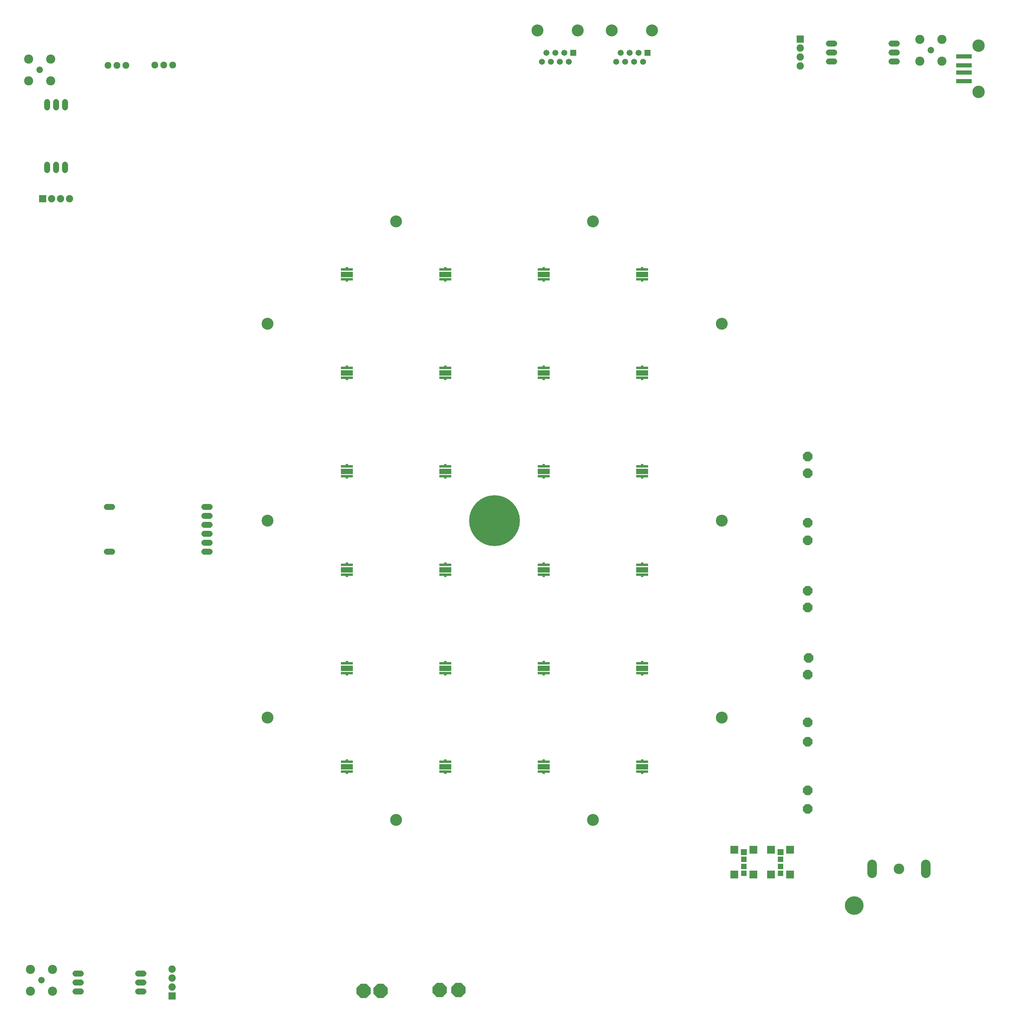
<source format=gbr>
G04 EAGLE Gerber X2 export*
%TF.Part,Single*%
%TF.FileFunction,Soldermask,Bot,1*%
%TF.FilePolarity,Negative*%
%TF.GenerationSoftware,Autodesk,EAGLE,9.1.1*%
%TF.CreationDate,2018-08-01T17:30:24Z*%
G75*
%MOMM*%
%FSLAX34Y34*%
%LPD*%
%AMOC8*
5,1,8,0,0,1.08239X$1,22.5*%
G01*
%ADD10C,3.378200*%
%ADD11C,14.427200*%
%ADD12C,5.283200*%
%ADD13C,2.743200*%
%ADD14C,2.997200*%
%ADD15R,1.711200X1.711200*%
%ADD16C,1.711200*%
%ADD17C,3.403200*%
%ADD18C,1.953200*%
%ADD19C,1.727200*%
%ADD20R,3.503200X0.703200*%
%ADD21R,3.503200X1.503200*%
%ADD22R,0.703200X0.653200*%
%ADD23P,4.343848X8X22.500000*%
%ADD24P,2.969212X8X202.500000*%
%ADD25C,1.841500*%
%ADD26C,2.603500*%
%ADD27R,4.403200X1.203200*%
%ADD28C,3.519200*%
%ADD29R,2.082800X2.082800*%
%ADD30C,2.082800*%
%ADD31R,1.671200X1.671200*%
%ADD32R,1.631200X1.631200*%
%ADD33R,2.228200X2.228200*%


D10*
X1144270Y574802D03*
X1703070Y574802D03*
X2068576Y865124D03*
X2068576Y1423924D03*
X2068576Y1982724D03*
X1703070Y2272792D03*
X1144270Y2272792D03*
X778764Y1982724D03*
X778764Y1423924D03*
X778764Y865124D03*
D11*
X1423670Y1423670D03*
D12*
X2444242Y331470D03*
D13*
X2647366Y422504D02*
X2647366Y447904D01*
X2494966Y447904D02*
X2494966Y422504D01*
D14*
X2571166Y435204D03*
D15*
X1647088Y2751252D03*
D16*
X1634388Y2725852D03*
X1621688Y2751252D03*
X1608988Y2725852D03*
X1596288Y2751252D03*
X1583588Y2725852D03*
X1570888Y2751252D03*
X1558188Y2725852D03*
D17*
X1659788Y2814752D03*
X1545488Y2814752D03*
D15*
X1857908Y2751252D03*
D16*
X1845208Y2725852D03*
X1832508Y2751252D03*
X1819808Y2725852D03*
X1807108Y2751252D03*
X1794408Y2725852D03*
X1781708Y2751252D03*
X1769008Y2725852D03*
D17*
X1870608Y2814752D03*
X1756308Y2814752D03*
D18*
X509606Y2716444D03*
X484206Y2716444D03*
X458806Y2716444D03*
D19*
X599262Y1462430D02*
X614502Y1462430D01*
X614502Y1437030D02*
X599262Y1437030D01*
X599262Y1411630D02*
X614502Y1411630D01*
X614502Y1386230D02*
X599262Y1386230D01*
X599262Y1360830D02*
X614502Y1360830D01*
X614502Y1335430D02*
X599262Y1335430D01*
X337602Y1462430D02*
X322362Y1462430D01*
X322362Y1335430D02*
X337602Y1335430D01*
D20*
X1283970Y1549624D03*
D21*
X1283970Y1563624D03*
D22*
X1283970Y1546374D03*
D20*
X1283970Y1577624D03*
D22*
X1283970Y1580874D03*
D20*
X1563370Y1549624D03*
D21*
X1563370Y1563624D03*
D22*
X1563370Y1546374D03*
D20*
X1563370Y1577624D03*
D22*
X1563370Y1580874D03*
D20*
X1283970Y711424D03*
D21*
X1283970Y725424D03*
D22*
X1283970Y708174D03*
D20*
X1283970Y739424D03*
D22*
X1283970Y742674D03*
D20*
X1004570Y2108424D03*
D21*
X1004570Y2122424D03*
D22*
X1004570Y2105174D03*
D20*
X1004570Y2136424D03*
D22*
X1004570Y2139674D03*
D20*
X1842770Y1549624D03*
D21*
X1842770Y1563624D03*
D22*
X1842770Y1546374D03*
D20*
X1842770Y1577624D03*
D22*
X1842770Y1580874D03*
D20*
X1563370Y990824D03*
D21*
X1563370Y1004824D03*
D22*
X1563370Y987574D03*
D20*
X1563370Y1018824D03*
D22*
X1563370Y1022074D03*
D20*
X1283970Y2108424D03*
D21*
X1283970Y2122424D03*
D22*
X1283970Y2105174D03*
D20*
X1283970Y2136424D03*
D22*
X1283970Y2139674D03*
D20*
X1004570Y711424D03*
D21*
X1004570Y725424D03*
D22*
X1004570Y708174D03*
D20*
X1004570Y739424D03*
D22*
X1004570Y742674D03*
D20*
X1842770Y711424D03*
D21*
X1842770Y725424D03*
D22*
X1842770Y708174D03*
D20*
X1842770Y739424D03*
D22*
X1842770Y742674D03*
D20*
X1563370Y1829024D03*
D21*
X1563370Y1843024D03*
D22*
X1563370Y1825774D03*
D20*
X1563370Y1857024D03*
D22*
X1563370Y1860274D03*
D20*
X1283970Y1270224D03*
D21*
X1283970Y1284224D03*
D22*
X1283970Y1266974D03*
D20*
X1283970Y1298224D03*
D22*
X1283970Y1301474D03*
D20*
X1563370Y711424D03*
D21*
X1563370Y725424D03*
D22*
X1563370Y708174D03*
D20*
X1563370Y739424D03*
D22*
X1563370Y742674D03*
D20*
X1004570Y1829024D03*
D21*
X1004570Y1843024D03*
D22*
X1004570Y1825774D03*
D20*
X1004570Y1857024D03*
D22*
X1004570Y1860274D03*
D20*
X1842770Y1270224D03*
D21*
X1842770Y1284224D03*
D22*
X1842770Y1266974D03*
D20*
X1842770Y1298224D03*
D22*
X1842770Y1301474D03*
D20*
X1563370Y2108424D03*
D21*
X1563370Y2122424D03*
D22*
X1563370Y2105174D03*
D20*
X1563370Y2136424D03*
D22*
X1563370Y2139674D03*
D20*
X1283970Y990824D03*
D21*
X1283970Y1004824D03*
D22*
X1283970Y987574D03*
D20*
X1283970Y1018824D03*
D22*
X1283970Y1022074D03*
D20*
X1004570Y1549624D03*
D21*
X1004570Y1563624D03*
D22*
X1004570Y1546374D03*
D20*
X1004570Y1577624D03*
D22*
X1004570Y1580874D03*
D20*
X1842770Y1829024D03*
D21*
X1842770Y1843024D03*
D22*
X1842770Y1825774D03*
D20*
X1842770Y1857024D03*
D22*
X1842770Y1860274D03*
D20*
X1004570Y1270224D03*
D21*
X1004570Y1284224D03*
D22*
X1004570Y1266974D03*
D20*
X1004570Y1298224D03*
D22*
X1004570Y1301474D03*
D20*
X1842770Y2108424D03*
D21*
X1842770Y2122424D03*
D22*
X1842770Y2105174D03*
D20*
X1842770Y2136424D03*
D22*
X1842770Y2139674D03*
D20*
X1563370Y1270224D03*
D21*
X1563370Y1284224D03*
D22*
X1563370Y1266974D03*
D20*
X1563370Y1298224D03*
D22*
X1563370Y1301474D03*
D20*
X1283970Y1829024D03*
D21*
X1283970Y1843024D03*
D22*
X1283970Y1825774D03*
D20*
X1283970Y1857024D03*
D22*
X1283970Y1860274D03*
D20*
X1004570Y990824D03*
D21*
X1004570Y1004824D03*
D22*
X1004570Y987574D03*
D20*
X1004570Y1018824D03*
D22*
X1004570Y1022074D03*
D20*
X1842770Y990824D03*
D21*
X1842770Y1004824D03*
D22*
X1842770Y987574D03*
D20*
X1842770Y1018824D03*
D22*
X1842770Y1022074D03*
D18*
X376840Y2715580D03*
X351440Y2715580D03*
X326040Y2715580D03*
D23*
X1051560Y88900D03*
X1099820Y88900D03*
X1267460Y91440D03*
X1320800Y91440D03*
D24*
X2312035Y1605280D03*
X2312035Y1558290D03*
X2312035Y1417320D03*
X2312035Y1367790D03*
X2312035Y1224280D03*
X2312035Y1177290D03*
X2314575Y1033780D03*
X2312035Y986790D03*
X2312035Y850900D03*
X2312035Y796290D03*
X2312035Y657860D03*
X2312035Y605790D03*
D25*
X137160Y119380D03*
D26*
X105918Y150622D03*
X105918Y88138D03*
X168402Y88138D03*
X168402Y150622D03*
D25*
X2661920Y2758440D03*
D26*
X2693162Y2727198D03*
X2693162Y2789682D03*
X2630678Y2789682D03*
X2630678Y2727198D03*
D25*
X132080Y2702560D03*
D26*
X100838Y2733802D03*
X100838Y2671318D03*
X163322Y2671318D03*
X163322Y2733802D03*
D27*
X2755900Y2740660D03*
X2755900Y2715660D03*
X2755900Y2695660D03*
X2755900Y2670660D03*
D28*
X2797900Y2771360D03*
X2797900Y2639960D03*
D29*
X508000Y74930D03*
D30*
X508000Y100330D03*
X508000Y125730D03*
X508000Y151130D03*
D19*
X426720Y87630D02*
X411480Y87630D01*
X411480Y113030D02*
X426720Y113030D01*
X426720Y138430D02*
X411480Y138430D01*
X248920Y138430D02*
X233680Y138430D01*
X233680Y113030D02*
X248920Y113030D01*
X248920Y87630D02*
X233680Y87630D01*
D29*
X140970Y2336800D03*
D30*
X166370Y2336800D03*
X191770Y2336800D03*
X217170Y2336800D03*
D19*
X153670Y2418080D02*
X153670Y2433320D01*
X179070Y2433320D02*
X179070Y2418080D01*
X204470Y2418080D02*
X204470Y2433320D01*
X204470Y2595880D02*
X204470Y2611120D01*
X179070Y2611120D02*
X179070Y2595880D01*
X153670Y2595880D02*
X153670Y2611120D01*
D29*
X2291080Y2790190D03*
D30*
X2291080Y2764790D03*
X2291080Y2739390D03*
X2291080Y2713990D03*
D19*
X2372360Y2777490D02*
X2387600Y2777490D01*
X2387600Y2752090D02*
X2372360Y2752090D01*
X2372360Y2726690D02*
X2387600Y2726690D01*
X2550160Y2726690D02*
X2565400Y2726690D01*
X2565400Y2752090D02*
X2550160Y2752090D01*
X2550160Y2777490D02*
X2565400Y2777490D01*
D31*
X2235200Y482600D03*
D32*
X2235200Y462600D03*
X2235200Y442600D03*
X2235200Y422600D03*
D33*
X2262400Y489900D03*
X2208000Y489900D03*
X2262400Y419900D03*
X2208000Y419900D03*
D31*
X2131060Y482600D03*
D32*
X2131060Y462600D03*
X2131060Y442600D03*
X2131060Y422600D03*
D33*
X2158260Y489900D03*
X2103860Y489900D03*
X2158260Y419900D03*
X2103860Y419900D03*
M02*

</source>
